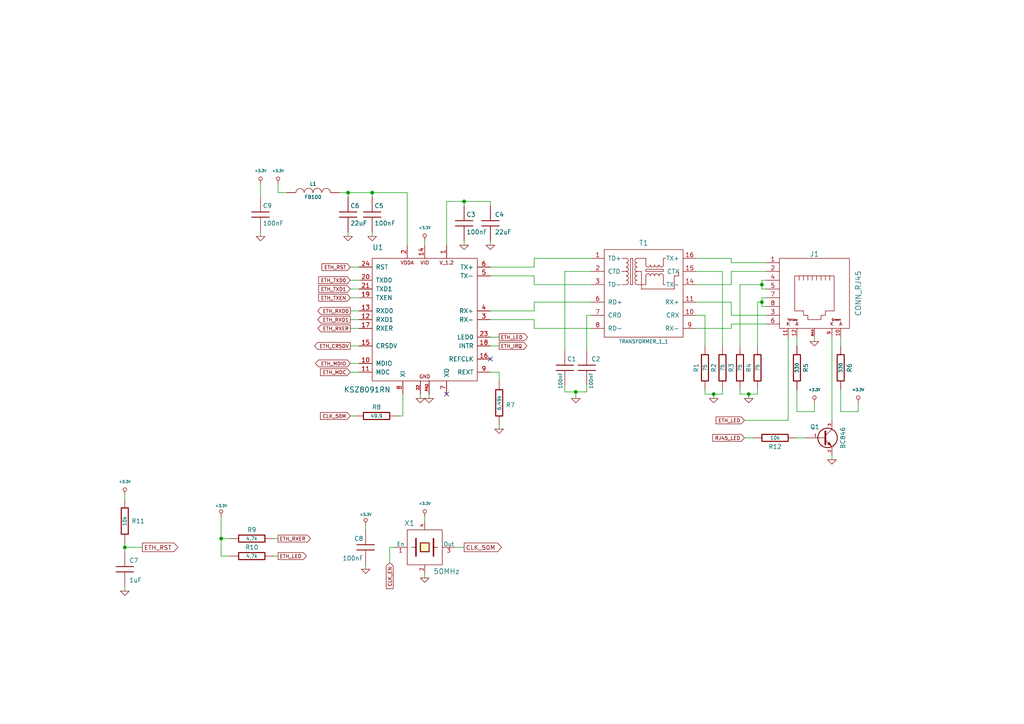
<source format=kicad_sch>
(kicad_sch (version 20211123) (generator eeschema)
  (paper "A4")
  (title_block (title "Cowmotics Panadonic Aquarea gateway") (date "2022-01-10") (rev "1") (company "Agilack") (comment 1 "Licence: CC-by-SA"))
  (lib_symbols
    (symbol "cowmotics-aquarea:+3.3V" (power) (pin_names (offset 0))
      (property "Value" "+3.3V" (at 0 2.794 0))
      (symbol "+3.3V_0_0"
        (pin power_in line (at 0 0 90) (length 0) hide (name "+3.3V") (number "1"))
      )
      (symbol "+3.3V_0_1"
        (polyline (pts (xy 0 0) (xy 0 1.016) (xy 0 1.016)))
        (circle (center 0 1.524) (radius 0.508))
      )
    )
    (symbol "cowmotics-aquarea:C" (pin_numbers hide) (pin_names (offset 0.254))
      (property "Reference" "C" (at 1.27 2.54 0))
      (property "Value" "C" (at 1.27 -2.54 0))
      (symbol "C_0_1"
        (polyline (pts (xy -2.54 -0.762) (xy 2.54 -0.762)) (stroke (width 0.254)))
        (polyline (pts (xy -2.54 0.762) (xy 2.54 0.762)) (stroke (width 0.254)))
      )
      (symbol "C_1_1"
        (pin passive line (at 0 5.08 270) (length 4.318) (name "~") (number "1"))
        (pin passive line (at 0 -5.08 90) (length 4.318) (name "~") (number "2"))
      )
    )
    (symbol "cowmotics-aquarea:CONN_RJ45" (pin_names (offset 1.016))
      (property "Reference" "J" (at 0 11.43 0))
      (property "Value" "CONN_RJ45" (at 1.27 7.62 0))
      (symbol "CONN_RJ45_0_0"
        (text "A" (at -5.08 -8.89 0) (effects (font (size 1.016 1.016))))
        (text "A" (at 7.62 -8.89 0) (effects (font (size 1.016 1.016))))
        (text "Green" (at 6.35 -7.62 0) (effects (font (size 0.635 0.635))))
        (text "K" (at -7.62 -8.89 0) (effects (font (size 1.016 1.016))))
        (text "Yellow" (at -6.35 -7.62 0) (effects (font (size 0.635 0.635))))
      )
      (symbol "CONN_RJ45_0_1"
        (rectangle (start -10.16 10.16) (end 10.16 -10.16))
        (polyline (pts (xy -4.445 3.81) (xy -4.445 5.08) (xy -4.445 5.08)))
        (polyline (pts (xy -3.175 5.08) (xy -3.175 3.81) (xy -3.175 3.81)))
        (polyline (pts (xy -1.905 5.08) (xy -1.905 3.81) (xy -1.905 3.81)))
        (polyline (pts (xy -0.635 5.08) (xy -0.635 3.81) (xy -0.635 3.81)))
        (polyline (pts (xy 0.635 5.08) (xy 0.635 3.81) (xy 0.635 3.81)))
        (polyline (pts (xy 1.905 5.08) (xy 1.905 3.81) (xy 1.905 3.81)))
        (polyline (pts (xy 3.175 3.81) (xy 3.175 5.08) (xy 3.175 5.08)))
        (polyline (pts (xy 4.445 3.81) (xy 4.445 5.08) (xy 4.445 5.08)))
        (polyline (pts (xy -5.715 5.08) (xy 5.715 5.08) (xy 5.715 -5.08) (xy 3.175 -5.08) (xy 3.175 -6.35) (xy 1.905 -6.35) (xy 1.905 -7.62) (xy -1.905 -7.62) (xy -1.905 -6.35) (xy -3.175 -6.35) (xy -3.175 -5.08) (xy -5.715 -5.08) (xy -5.715 5.08) (xy -5.715 5.08)))
      )
      (symbol "CONN_RJ45_1_0"
        (text "K" (at 5.08 -8.89 0) (effects (font (size 1.016 1.016))))
      )
      (symbol "CONN_RJ45_1_1"
        (pin passive line (at -13.97 8.89 0) (length 3.81) (name "~") (number "1"))
        (pin input line (at 7.62 -12.7 90) (length 2.54) (name "~") (number "10"))
        (pin input line (at -7.62 -12.7 90) (length 2.54) (name "~") (number "11"))
        (pin input line (at -5.08 -12.7 90) (length 2.54) (name "~") (number "12"))
        (pin passive line (at -13.97 6.35 0) (length 3.81) (name "~") (number "2"))
        (pin passive line (at -13.97 -6.35 0) (length 3.81) (name "~") (number "3"))
        (pin passive line (at -13.97 3.81 0) (length 3.81) (name "~") (number "4"))
        (pin passive line (at -13.97 1.27 0) (length 3.81) (name "~") (number "5"))
        (pin passive line (at -13.97 -8.89 0) (length 3.81) (name "~") (number "6"))
        (pin passive line (at -13.97 -1.27 0) (length 3.81) (name "~") (number "7"))
        (pin passive line (at -13.97 -3.81 0) (length 3.81) (name "~") (number "8"))
        (pin input line (at 5.08 -12.7 90) (length 2.54) (name "~") (number "9"))
        (pin passive line (at 0 -12.7 90) (length 2.54) (name "~") (number "SHLD"))
      )
    )
    (symbol "cowmotics-aquarea:GND" (power) (pin_names (offset 0))
      (symbol "GND_0_1"
        (polyline (pts (xy -1.27 0) (xy 0 -1.27) (xy 1.27 0) (xy -1.27 0)))
      )
      (symbol "GND_1_1"
        (pin power_in line (at 0 0 90) (length 0) hide (name "GND") (number "1"))
      )
    )
    (symbol "cowmotics-aquarea:INDUCTOR" (pin_numbers hide) (pin_names (offset 1.016) hide)
      (property "Reference" "L" (at -1.27 0 90))
      (property "Value" "INDUCTOR" (at 2.54 0 90))
      (symbol "INDUCTOR_0_1"
        (arc (start 0.0254 -5.0546) (mid 1.245 -3.7973) (end 0.0254 -2.54))
        (arc (start 0.0254 -2.5146) (mid 1.2704 -1.2319) (end 0.0254 0.0508))
        (arc (start 0.0254 0.0254) (mid 1.2704 1.3081) (end 0.0254 2.5908))
        (arc (start 0.0254 2.5654) (mid 1.1942 3.7719) (end 0.0254 4.9784))
      )
      (symbol "INDUCTOR_1_1"
        (pin passive line (at 0 7.62 270) (length 2.54) (name "1") (number "1"))
        (pin passive line (at 0 -7.62 90) (length 2.54) (name "2") (number "2"))
      )
    )
    (symbol "cowmotics-aquarea:KSZ8091RN" (pin_names (offset 1.016))
      (property "Reference" "U" (at 0 3.81 0))
      (property "Value" "KSZ8091RN" (at 0 0 0))
      (symbol "KSZ8091RN_1_0"
        (rectangle (start -15.24 17.78) (end 15.24 -17.78))
        (text "GND" (at 0 -16.51 0) (effects (font (size 1.016 1.016))))
        (text "V_1.2" (at 6.35 16.51 0) (effects (font (size 1.016 1.016))))
        (text "VDDA" (at -5.08 16.51 0) (effects (font (size 1.016 1.016))))
        (text "VIO" (at 0 16.51 0) (effects (font (size 1.016 1.016))))
      )
      (symbol "KSZ8091RN_1_1"
        (pin power_out line (at 6.35 21.59 270) (length 3.81) (name "~") (number "1"))
        (pin bidirectional line (at -19.05 -12.7 0) (length 3.81) (name "MDIO") (number "10"))
        (pin bidirectional line (at -19.05 -15.24 0) (length 3.81) (name "MDC") (number "11"))
        (pin output line (at -19.05 0 0) (length 3.81) (name "RXD1") (number "12"))
        (pin output line (at -19.05 2.54 0) (length 3.81) (name "RXD0") (number "13"))
        (pin power_in line (at 0 21.59 270) (length 3.81) (name "~") (number "14"))
        (pin bidirectional line (at -19.05 -7.62 0) (length 3.81) (name "CRSDV") (number "15"))
        (pin output line (at 19.05 -11.43 180) (length 3.81) (name "REFCLK") (number "16"))
        (pin output line (at -19.05 -2.54 0) (length 3.81) (name "RXER") (number "17"))
        (pin bidirectional line (at 19.05 -7.62 180) (length 3.81) (name "INTR") (number "18"))
        (pin input line (at -19.05 6.35 0) (length 3.81) (name "TXEN") (number "19"))
        (pin power_in line (at -5.08 21.59 270) (length 3.81) (name "~") (number "2"))
        (pin input line (at -19.05 11.43 0) (length 3.81) (name "TXD0") (number "20"))
        (pin input line (at -19.05 8.89 0) (length 3.81) (name "TXD1") (number "21"))
        (pin power_in line (at -1.27 -21.59 90) (length 3.81) (name "~") (number "22"))
        (pin bidirectional line (at 19.05 -5.08 180) (length 3.81) (name "LED0") (number "23"))
        (pin input line (at -19.05 15.24 0) (length 3.81) (name "RST") (number "24"))
        (pin bidirectional line (at 19.05 0 180) (length 3.81) (name "RX-") (number "3"))
        (pin bidirectional line (at 19.05 2.54 180) (length 3.81) (name "RX+") (number "4"))
        (pin bidirectional line (at 19.05 12.7 180) (length 3.81) (name "TX-") (number "5"))
        (pin bidirectional line (at 19.05 15.24 180) (length 3.81) (name "TX+") (number "6"))
        (pin output line (at 6.35 -21.59 90) (length 3.81) (name "XO") (number "7"))
        (pin input line (at -6.35 -21.59 90) (length 3.81) (name "XI") (number "8"))
        (pin passive line (at 19.05 -15.24 180) (length 3.81) (name "REXT") (number "9"))
        (pin power_in line (at 1.27 -21.59 90) (length 3.81) (name "~") (number "PAD"))
      )
    )
    (symbol "cowmotics-aquarea:OSC" (pin_names (offset 0))
      (property "Reference" "X" (at 0 3.81 0))
      (property "Value" "OSC" (at 5.08 -7.62 0))
      (symbol "OSC_0_1"
        (rectangle (start -5.08 5.08) (end 5.08 -5.08))
        (polyline (pts (xy -2.54 0) (xy -3.81 0)))
        (polyline (pts (xy -2.54 2.54) (xy -2.54 -2.54)) (stroke (width 0.4064)))
        (polyline (pts (xy 2.54 0) (xy 3.81 0)))
        (polyline (pts (xy 2.54 2.54) (xy 2.54 -2.54)) (stroke (width 0.4064)))
        (polyline (pts (xy -1.27 1.27) (xy 1.27 1.27) (xy 1.27 -1.27) (xy -1.27 -1.27) (xy -1.27 1.27)) (stroke (width 0.3048)) (fill (type background)))
      )
      (symbol "OSC_1_1"
        (pin input line (at -8.89 0 0) (length 3.81) (name "En") (number "1"))
        (pin power_in line (at 0 -7.62 90) (length 2.54) (name "~") (number "2"))
        (pin output line (at 8.89 0 180) (length 3.81) (name "Out") (number "3"))
        (pin power_in line (at 0 7.62 270) (length 2.54) (name "~") (number "4"))
      )
    )
    (symbol "cowmotics-aquarea:Q_NPN" (pin_names (offset 0) hide)
      (property "Reference" "Q" (at 5.08 1.27 0))
      (property "Value" "Q_NPN" (at 5.08 -1.27 0))
      (symbol "Q_NPN_0_1"
        (polyline (pts (xy 0.635 0.635) (xy 2.54 2.54)))
        (polyline (pts (xy 0.635 -0.635) (xy 2.54 -2.54) (xy 2.54 -2.54)))
        (polyline (pts (xy 0.635 1.905) (xy 0.635 -1.905) (xy 0.635 -1.905)) (stroke (width 0.508)))
        (polyline (pts (xy 1.27 -1.778) (xy 1.778 -1.27) (xy 2.286 -2.286) (xy 1.27 -1.778) (xy 1.27 -1.778)) (fill (type outline)))
        (circle (center 1.27 0) (radius 2.8194) (stroke (width 0.254)))
      )
      (symbol "Q_NPN_1_1"
        (pin input line (at -5.08 0 0) (length 5.715) (name "B") (number "1"))
        (pin passive line (at 2.54 -5.08 90) (length 2.54) (name "E") (number "2"))
        (pin passive line (at 2.54 5.08 270) (length 2.54) (name "C") (number "3"))
      )
    )
    (symbol "cowmotics-aquarea:R" (pin_numbers hide) (pin_names (offset 0))
      (property "Reference" "R" (at 2.032 0 90))
      (property "Value" "R" (at 0 0 90))
      (symbol "R_0_1"
        (rectangle (start -1.016 3.81) (end 1.016 -3.81) (stroke (width 0.3048)))
      )
      (symbol "R_1_1"
        (pin passive line (at 0 6.35 270) (length 2.54) (name "~") (number "1"))
        (pin passive line (at 0 -6.35 90) (length 2.54) (name "~") (number "2"))
      )
    )
    (symbol "cowmotics-aquarea:TRANSFORMER_1_1" (pin_names (offset 1.016))
      (property "Reference" "T" (at 0 -13.97 0))
      (property "Value" "TRANSFORMER_1_1" (at 0 13.97 0))
      (symbol "TRANSFORMER_1_1_0_1"
        (rectangle (start -11.43 12.7) (end 11.43 -12.7))
        (rectangle (start -6.35 2.54) (end -5.08 2.54))
        (rectangle (start -6.35 6.35) (end -5.08 6.35))
        (rectangle (start -6.35 10.16) (end -5.08 10.16))
        (arc (start -5.08 2.54) (mid -4.445 3.175) (end -5.08 3.81))
        (arc (start -5.08 3.81) (mid -4.445 4.445) (end -5.08 5.08))
        (arc (start -5.08 5.08) (mid -4.445 5.715) (end -5.08 6.35))
        (arc (start -5.08 6.35) (mid -4.445 6.985) (end -5.08 7.62))
        (arc (start -5.08 7.62) (mid -4.445 8.255) (end -5.08 8.89))
        (arc (start -5.08 8.89) (mid -4.445 9.525) (end -5.08 10.16))
        (rectangle (start -3.81 10.16) (end -3.175 2.54))
        (rectangle (start -1.905 2.54) (end 0.635 2.54))
        (arc (start -1.905 3.81) (mid -2.54 3.175) (end -1.905 2.54))
        (arc (start -1.905 5.08) (mid -2.54 4.445) (end -1.905 3.81))
        (arc (start -1.905 6.35) (mid -2.54 5.715) (end -1.905 5.08))
        (rectangle (start -1.905 6.35) (end -0.635 6.35))
        (arc (start -1.905 7.62) (mid -2.54 6.985) (end -1.905 6.35))
        (arc (start -1.905 8.89) (mid -2.54 8.255) (end -1.905 7.62))
        (arc (start -1.905 10.16) (mid -2.54 9.525) (end -1.905 8.89))
        (rectangle (start -1.905 10.16) (end 0.635 10.16))
        (rectangle (start -0.635 1.27) (end 8.89 1.27))
        (rectangle (start -0.635 6.35) (end -0.635 1.27))
        (rectangle (start 0.635 2.54) (end 0.635 5.08))
        (rectangle (start 0.635 6.985) (end 5.715 6.35))
        (arc (start 0.635 8.255) (mid 1.27 7.62) (end 1.905 8.255))
        (rectangle (start 0.635 10.16) (end 0.635 8.255))
        (arc (start 1.905 5.08) (mid 1.27 5.715) (end 0.635 5.08))
        (arc (start 1.905 8.255) (mid 2.54 7.62) (end 3.175 8.255))
        (arc (start 3.175 5.08) (mid 2.54 5.715) (end 1.905 5.08))
        (arc (start 3.175 8.255) (mid 3.81 7.62) (end 4.445 8.255))
        (arc (start 4.445 5.08) (mid 3.81 5.715) (end 3.175 5.08))
        (arc (start 4.445 8.255) (mid 5.08 7.62) (end 5.715 8.255))
        (rectangle (start 5.715 2.54) (end 6.35 2.54))
        (arc (start 5.715 5.08) (mid 5.08 5.715) (end 4.445 5.08))
        (rectangle (start 5.715 5.08) (end 5.715 2.54))
        (rectangle (start 5.715 8.255) (end 5.715 10.16))
        (rectangle (start 5.715 10.16) (end 6.35 10.16))
        (rectangle (start 8.89 1.27) (end 8.89 5.08))
        (rectangle (start 8.89 5.08) (end 10.16 5.08))
        (rectangle (start 10.16 5.08) (end 10.16 6.35))
      )
      (symbol "TRANSFORMER_1_1_1_1"
        (pin input line (at -15.24 10.16 0) (length 3.81) (name "TD+") (number "1"))
        (pin input line (at 15.24 -6.35 180) (length 3.81) (name "CRX") (number "10"))
        (pin input line (at 15.24 -2.54 180) (length 3.81) (name "RX+") (number "11"))
        (pin input line (at 15.24 2.54 180) (length 3.81) (name "TX-") (number "14"))
        (pin input line (at 15.24 6.35 180) (length 3.81) (name "CTX") (number "15"))
        (pin input line (at 15.24 10.16 180) (length 3.81) (name "TX+") (number "16"))
        (pin input line (at -15.24 6.35 0) (length 3.81) (name "CTD") (number "2"))
        (pin input line (at -15.24 2.54 0) (length 3.81) (name "TD-") (number "3"))
        (pin input line (at -15.24 -2.54 0) (length 3.81) (name "RD+") (number "6"))
        (pin input line (at -15.24 -6.35 0) (length 3.81) (name "CRD") (number "7"))
        (pin input line (at -15.24 -10.16 0) (length 3.81) (name "RD-") (number "8"))
        (pin input line (at 15.24 -10.16 180) (length 3.81) (name "RX-") (number "9"))
      )
    )
  )
  (junction (at 217.17 114.3))
  (junction (at 36.195 158.75))
  (junction (at 64.135 156.21))
  (junction (at 207.01 114.3))
  (junction (at 167.005 113.665))
  (junction (at 220.98 87.63))
  (junction (at 107.95 55.88))
  (junction (at 220.98 82.55))
  (junction (at 100.965 55.88))
  (junction (at 134.62 58.42))
  (no_connect (at 142.24 104.14))
  (no_connect (at 129.54 114.3))
  (wire (pts (xy 36.195 170.18) (xy 36.195 171.45)))
  (wire (pts (xy 144.78 107.95) (xy 142.24 107.95)))
  (wire (pts (xy 220.98 82.55) (xy 214.63 82.55)))
  (wire (pts (xy 212.09 87.63) (xy 201.93 87.63)))
  (wire (pts (xy 101.6 77.47) (xy 104.14 77.47)))
  (wire (pts (xy 75.565 67.31) (xy 75.565 68.58)))
  (wire (pts (xy 132.08 158.75) (xy 134.62 158.75)))
  (wire (pts (xy 101.6 105.41) (xy 104.14 105.41)))
  (wire (pts (xy 154.94 80.01) (xy 154.94 82.55)))
  (wire (pts (xy 248.92 116.84) (xy 248.92 119.38)))
  (wire (pts (xy 209.55 78.74) (xy 201.93 78.74)))
  (wire (pts (xy 219.71 114.3) (xy 219.71 113.03)))
  (wire (pts (xy 204.47 114.3) (xy 207.01 114.3)))
  (wire (pts (xy 222.25 86.36) (xy 220.98 86.36)))
  (wire (pts (xy 113.03 158.75) (xy 114.3 158.75)))
  (wire (pts (xy 219.71 87.63) (xy 219.71 100.33)))
  (wire (pts (xy 220.98 88.9) (xy 222.25 88.9)))
  (wire (pts (xy 228.6 97.79) (xy 228.6 121.92)))
  (wire (pts (xy 163.83 78.74) (xy 171.45 78.74)))
  (wire (pts (xy 212.09 74.93) (xy 201.93 74.93)))
  (wire (pts (xy 123.19 149.86) (xy 123.19 151.13)))
  (wire (pts (xy 209.55 114.3) (xy 209.55 113.03)))
  (wire (pts (xy 79.375 161.29) (xy 80.645 161.29)))
  (wire (pts (xy 170.18 91.44) (xy 171.45 91.44)))
  (wire (pts (xy 41.275 158.75) (xy 36.195 158.75)))
  (wire (pts (xy 222.25 76.2) (xy 212.09 76.2)))
  (wire (pts (xy 36.195 158.75) (xy 36.195 157.48)))
  (wire (pts (xy 100.965 55.88) (xy 107.95 55.88)))
  (wire (pts (xy 101.6 95.25) (xy 104.14 95.25)))
  (wire (pts (xy 201.93 91.44) (xy 204.47 91.44)))
  (wire (pts (xy 107.95 55.88) (xy 118.11 55.88)))
  (wire (pts (xy 113.03 163.195) (xy 113.03 158.75)))
  (wire (pts (xy 212.09 76.2) (xy 212.09 74.93)))
  (wire (pts (xy 142.24 69.85) (xy 142.24 71.12)))
  (wire (pts (xy 222.25 91.44) (xy 212.09 91.44)))
  (wire (pts (xy 220.98 86.36) (xy 220.98 87.63)))
  (wire (pts (xy 106.045 152.4) (xy 106.045 153.67)))
  (wire (pts (xy 101.6 86.36) (xy 104.14 86.36)))
  (wire (pts (xy 243.84 97.79) (xy 243.84 100.33)))
  (wire (pts (xy 163.83 113.665) (xy 167.005 113.665)))
  (wire (pts (xy 167.005 113.665) (xy 167.005 115.57)))
  (wire (pts (xy 154.94 87.63) (xy 171.45 87.63)))
  (wire (pts (xy 170.18 101.6) (xy 170.18 91.44)))
  (wire (pts (xy 129.54 58.42) (xy 134.62 58.42)))
  (wire (pts (xy 209.55 100.33) (xy 209.55 78.74)))
  (wire (pts (xy 101.6 90.17) (xy 104.14 90.17)))
  (wire (pts (xy 214.63 113.03) (xy 214.63 114.3)))
  (wire (pts (xy 214.63 82.55) (xy 214.63 100.33)))
  (wire (pts (xy 241.3 97.79) (xy 241.3 121.92)))
  (wire (pts (xy 163.83 111.76) (xy 163.83 113.665)))
  (wire (pts (xy 212.09 95.25) (xy 212.09 93.98)))
  (wire (pts (xy 107.95 57.15) (xy 107.95 55.88)))
  (wire (pts (xy 64.135 161.29) (xy 64.135 156.21)))
  (wire (pts (xy 220.98 81.28) (xy 220.98 82.55)))
  (wire (pts (xy 241.3 132.08) (xy 241.3 133.35)))
  (wire (pts (xy 144.78 110.49) (xy 144.78 107.95)))
  (wire (pts (xy 121.92 114.3) (xy 121.92 115.57)))
  (wire (pts (xy 36.195 143.51) (xy 36.195 144.78)))
  (wire (pts (xy 231.14 97.79) (xy 231.14 100.33)))
  (wire (pts (xy 142.24 97.79) (xy 144.78 97.79)))
  (wire (pts (xy 64.135 156.21) (xy 66.675 156.21)))
  (wire (pts (xy 207.01 114.3) (xy 207.01 115.57)))
  (wire (pts (xy 236.22 116.84) (xy 236.22 119.38)))
  (wire (pts (xy 64.135 149.86) (xy 64.135 156.21)))
  (wire (pts (xy 204.47 113.03) (xy 204.47 114.3)))
  (wire (pts (xy 80.645 53.34) (xy 80.645 55.88)))
  (wire (pts (xy 106.045 163.83) (xy 106.045 165.1)))
  (wire (pts (xy 212.09 78.74) (xy 212.09 82.55)))
  (wire (pts (xy 243.84 113.03) (xy 243.84 119.38)))
  (wire (pts (xy 101.6 92.71) (xy 104.14 92.71)))
  (wire (pts (xy 134.62 69.85) (xy 134.62 71.12)))
  (wire (pts (xy 115.57 120.65) (xy 116.84 120.65)))
  (wire (pts (xy 222.25 81.28) (xy 220.98 81.28)))
  (wire (pts (xy 123.19 166.37) (xy 123.19 167.64)))
  (wire (pts (xy 142.24 90.17) (xy 154.94 90.17)))
  (wire (pts (xy 236.22 119.38) (xy 231.14 119.38)))
  (wire (pts (xy 101.6 83.82) (xy 104.14 83.82)))
  (wire (pts (xy 142.24 100.33) (xy 144.78 100.33)))
  (wire (pts (xy 217.17 114.3) (xy 217.17 115.57)))
  (wire (pts (xy 66.675 161.29) (xy 64.135 161.29)))
  (wire (pts (xy 79.375 156.21) (xy 80.645 156.21)))
  (wire (pts (xy 154.94 74.93) (xy 171.45 74.93)))
  (wire (pts (xy 134.62 58.42) (xy 142.24 58.42)))
  (wire (pts (xy 101.6 81.28) (xy 104.14 81.28)))
  (wire (pts (xy 220.98 82.55) (xy 220.98 83.82)))
  (wire (pts (xy 231.14 127) (xy 233.68 127)))
  (wire (pts (xy 116.84 114.3) (xy 116.84 120.65)))
  (wire (pts (xy 124.46 114.3) (xy 124.46 115.57)))
  (wire (pts (xy 101.6 120.65) (xy 102.87 120.65)))
  (wire (pts (xy 100.965 67.31) (xy 100.965 68.58)))
  (wire (pts (xy 170.18 113.665) (xy 170.18 111.76)))
  (wire (pts (xy 220.98 87.63) (xy 220.98 88.9)))
  (wire (pts (xy 212.09 82.55) (xy 201.93 82.55)))
  (wire (pts (xy 154.94 92.71) (xy 154.94 95.25)))
  (wire (pts (xy 80.645 55.88) (xy 83.185 55.88)))
  (wire (pts (xy 220.98 83.82) (xy 222.25 83.82)))
  (wire (pts (xy 222.25 78.74) (xy 212.09 78.74)))
  (wire (pts (xy 236.22 97.79) (xy 236.22 99.06)))
  (wire (pts (xy 212.09 91.44) (xy 212.09 87.63)))
  (wire (pts (xy 142.24 58.42) (xy 142.24 59.69)))
  (wire (pts (xy 118.11 55.88) (xy 118.11 71.12)))
  (wire (pts (xy 204.47 91.44) (xy 204.47 100.33)))
  (wire (pts (xy 154.94 82.55) (xy 171.45 82.55)))
  (wire (pts (xy 248.92 119.38) (xy 243.84 119.38)))
  (wire (pts (xy 207.01 114.3) (xy 209.55 114.3)))
  (wire (pts (xy 129.54 71.12) (xy 129.54 58.42)))
  (wire (pts (xy 154.94 90.17) (xy 154.94 87.63)))
  (wire (pts (xy 212.09 93.98) (xy 222.25 93.98)))
  (wire (pts (xy 215.9 127) (xy 218.44 127)))
  (wire (pts (xy 100.965 57.15) (xy 100.965 55.88)))
  (wire (pts (xy 107.95 67.31) (xy 107.95 68.58)))
  (wire (pts (xy 163.83 101.6) (xy 163.83 78.74)))
  (wire (pts (xy 167.005 113.665) (xy 170.18 113.665)))
  (wire (pts (xy 201.93 95.25) (xy 212.09 95.25)))
  (wire (pts (xy 142.24 92.71) (xy 154.94 92.71)))
  (wire (pts (xy 134.62 58.42) (xy 134.62 59.69)))
  (wire (pts (xy 36.195 158.75) (xy 36.195 160.02)))
  (wire (pts (xy 154.94 77.47) (xy 154.94 74.93)))
  (wire (pts (xy 123.19 69.85) (xy 123.19 71.12)))
  (wire (pts (xy 154.94 95.25) (xy 171.45 95.25)))
  (wire (pts (xy 231.14 113.03) (xy 231.14 119.38)))
  (wire (pts (xy 219.71 87.63) (xy 220.98 87.63)))
  (wire (pts (xy 101.6 107.95) (xy 104.14 107.95)))
  (wire (pts (xy 75.565 53.34) (xy 75.565 57.15)))
  (wire (pts (xy 214.63 114.3) (xy 217.17 114.3)))
  (wire (pts (xy 217.17 114.3) (xy 219.71 114.3)))
  (wire (pts (xy 101.6 100.33) (xy 104.14 100.33)))
  (wire (pts (xy 142.24 80.01) (xy 154.94 80.01)))
  (wire (pts (xy 98.425 55.88) (xy 100.965 55.88)))
  (wire (pts (xy 142.24 77.47) (xy 154.94 77.47)))
  (wire (pts (xy 215.9 121.92) (xy 228.6 121.92)))
  (wire (pts (xy 144.78 123.19) (xy 144.78 124.46)))
  (global_label "ETH_CRSDV" (shape output) (at 101.6 100.33 180) (effects (font (size 1.016 1.016))) (property "Intersheet References" "${INTERSHEET_REFS}" (effects hide)))
  (global_label "ETH_TXEN" (shape input) (at 101.6 86.36 180) (effects (font (size 1.016 1.016))) (property "Intersheet References" "${INTERSHEET_REFS}" (effects hide)))
  (global_label "ETH_MDIO" (shape bidirectional) (at 101.6 105.41 180) (effects (font (size 1.016 1.016))) (property "Intersheet References" "${INTERSHEET_REFS}" (effects hide)))
  (global_label "ETH_RXER" (shape output) (at 80.645 156.21 0) (effects (font (size 1.016 1.016))) (property "Intersheet References" "${INTERSHEET_REFS}" (effects hide)))
  (global_label "ETH_TXD0" (shape input) (at 101.6 81.28 180) (effects (font (size 1.016 1.016))) (property "Intersheet References" "${INTERSHEET_REFS}" (effects hide)))
  (global_label "ETH_TXD1" (shape input) (at 101.6 83.82 180) (effects (font (size 1.016 1.016))) (property "Intersheet References" "${INTERSHEET_REFS}" (effects hide)))
  (global_label "ETH_RST" (shape output) (at 41.275 158.75 0) (property "Intersheet References" "${INTERSHEET_REFS}" (effects hide)))
  (global_label "ETH_RST" (shape input) (at 101.6 77.47 180) (effects (font (size 1.016 1.016))) (property "Intersheet References" "${INTERSHEET_REFS}" (effects hide)))
  (global_label "CLK_EN" (shape input) (at 113.03 163.195 270) (effects (font (size 1.016 1.016))) (property "Intersheet References" "${INTERSHEET_REFS}" (effects hide)))
  (global_label "CLK_50M" (shape output) (at 134.62 158.75 0) (property "Intersheet References" "${INTERSHEET_REFS}" (effects hide)))
  (global_label "ETH_RXER" (shape output) (at 101.6 95.25 180) (effects (font (size 1.016 1.016))) (property "Intersheet References" "${INTERSHEET_REFS}" (effects hide)))
  (global_label "ETH_LED" (shape output) (at 144.78 97.79 0) (effects (font (size 1.016 1.016))) (property "Intersheet References" "${INTERSHEET_REFS}" (effects hide)))
  (global_label "CLK_50M" (shape input) (at 101.6 120.65 180) (effects (font (size 1.016 1.016))) (property "Intersheet References" "${INTERSHEET_REFS}" (effects hide)))
  (global_label "ETH_LED" (shape output) (at 80.645 161.29 0) (effects (font (size 1.016 1.016))) (property "Intersheet References" "${INTERSHEET_REFS}" (effects hide)))
  (global_label "RJ45_LED" (shape input) (at 215.9 127 180) (effects (font (size 1.016 1.016))) (property "Intersheet References" "${INTERSHEET_REFS}" (effects hide)))
  (global_label "ETH_LED" (shape input) (at 215.9 121.92 180) (effects (font (size 1.016 1.016))) (property "Intersheet References" "${INTERSHEET_REFS}" (effects hide)))
  (global_label "ETH_RXD1" (shape output) (at 101.6 92.71 180) (effects (font (size 1.016 1.016))) (property "Intersheet References" "${INTERSHEET_REFS}" (effects hide)))
  (global_label "ETH_RXD0" (shape output) (at 101.6 90.17 180) (effects (font (size 1.016 1.016))) (property "Intersheet References" "${INTERSHEET_REFS}" (effects hide)))
  (global_label "ETH_IRQ" (shape output) (at 144.78 100.33 0) (effects (font (size 1.016 1.016))) (property "Intersheet References" "${INTERSHEET_REFS}" (effects hide)))
  (global_label "ETH_MDC" (shape input) (at 101.6 107.95 180) (effects (font (size 1.016 1.016))) (property "Intersheet References" "${INTERSHEET_REFS}" (effects hide)))
  (symbol (lib_id "cowmotics-aquarea:R") (at 209.55 106.68 0) (unit 1)
    (property "Reference" "R2" (at 207.01 106.68 90))
    (property "Value" "75" (at 209.55 106.68 90) (effects (font (size 1.016 1.016))))
    (property "Footprint" "cowmotics-aquarea:SMD0603" (effects hide))
  )
  (symbol (lib_id "cowmotics-aquarea:GND") (at 75.565 68.58 0) (unit 1)
    (property "Reference" "#PWR0125" (effects hide))
    (property "Value" "GND" (effects hide))
  )
  (symbol (lib_id "cowmotics-aquarea:GND") (at 106.045 165.1 0) (unit 1)
    (property "Reference" "#PWR0121" (effects hide))
    (property "Value" "GND" (effects hide))
  )
  (symbol (lib_id "cowmotics-aquarea:GND") (at 144.78 124.46 0) (unit 1)
    (property "Reference" "#PWR0112" (effects hide))
    (property "Value" "GND" (effects hide))
  )
  (symbol (lib_id "cowmotics-aquarea:R") (at 109.22 120.65 90) (unit 1)
    (property "Reference" "R8" (at 109.22 118.11 90))
    (property "Value" "49.9" (at 109.22 120.65 90) (effects (font (size 1.016 1.016))))
    (property "Footprint" "cowmotics-aquarea:SMD0603" (effects hide))
  )
  (symbol (lib_id "cowmotics-aquarea:+3.3V") (at 36.195 143.51 0) (unit 1)
    (property "Reference" "#PWR0116" (effects hide))
    (property "Value" "+3.3V" (at 36.195 139.7 0) (effects (font (size 0.762 0.762))))
  )
  (symbol (lib_id "cowmotics-aquarea:R") (at 224.79 127 90) (unit 1)
    (property "Reference" "R12" (at 224.79 129.54 90))
    (property "Value" "10k" (at 224.79 127 90) (effects (font (size 1.016 1.016))))
    (property "Footprint" "cowmotics-aquarea:SMD0603" (effects hide))
  )
  (symbol (lib_id "cowmotics-aquarea:C") (at 107.95 62.23 0) (unit 1)
    (property "Reference" "C5" (at 108.585 59.69 0) (effects (justify left)))
    (property "Value" "100nF" (at 108.585 64.77 0) (effects (justify left)))
    (property "Footprint" "cowmotics-aquarea:SMD0603" (effects hide))
  )
  (symbol (lib_id "cowmotics-aquarea:+3.3V") (at 123.19 149.86 0) (unit 1)
    (property "Reference" "#PWR0110" (effects hide))
    (property "Value" "+3.3V" (at 123.19 146.05 0) (effects (font (size 0.762 0.762))))
  )
  (symbol (lib_id "cowmotics-aquarea:CONN_RJ45") (at 236.22 85.09 0) (unit 1)
    (property "Reference" "J1" (at 236.22 73.66 0) (effects (font (size 1.524 1.524))))
    (property "Value" "CONN_RJ45" (at 248.92 85.09 90) (effects (font (size 1.524 1.524))))
    (property "Footprint" "cowmotics-aquarea:CONN_615008185121" (effects hide))
  )
  (symbol (lib_id "cowmotics-aquarea:R") (at 214.63 106.68 0) (unit 1)
    (property "Reference" "R3" (at 212.09 106.68 90))
    (property "Value" "75" (at 214.63 106.68 90) (effects (font (size 1.016 1.016))))
    (property "Footprint" "cowmotics-aquarea:SMD0603" (effects hide))
  )
  (symbol (lib_id "cowmotics-aquarea:GND") (at 241.3 133.35 0) (unit 1)
    (property "Reference" "#PWR0122" (effects hide))
    (property "Value" "GND" (effects hide))
  )
  (symbol (lib_id "cowmotics-aquarea:GND") (at 217.17 115.57 0) (unit 1)
    (property "Reference" "#PWR0101" (effects hide))
    (property "Value" "GND" (effects hide))
  )
  (symbol (lib_id "cowmotics-aquarea:KSZ8091RN") (at 123.19 92.71 0) (unit 1)
    (property "Reference" "U1" (at 107.95 71.755 0) (effects (font (size 1.524 1.524)) (justify left)))
    (property "Value" "KSZ8091RN" (at 99.695 113.03 0) (effects (font (size 1.524 1.524)) (justify left)))
    (property "Footprint" "cowmotics-aquarea:QFN24" (effects hide))
  )
  (symbol (lib_id "cowmotics-aquarea:R") (at 73.025 161.29 90) (unit 1)
    (property "Reference" "R10" (at 73.025 158.75 90))
    (property "Value" "4,7k" (at 73.025 161.29 90) (effects (font (size 1.016 1.016))))
    (property "Footprint" "cowmotics-aquarea:SMD0603" (effects hide))
  )
  (symbol (lib_id "cowmotics-aquarea:+3.3V") (at 75.565 53.34 0) (unit 1)
    (property "Reference" "#PWR0124" (effects hide))
    (property "Value" "+3.3V" (at 75.565 49.53 0) (effects (font (size 0.762 0.762))))
  )
  (symbol (lib_id "cowmotics-aquarea:R") (at 204.47 106.68 0) (unit 1)
    (property "Reference" "R1" (at 201.93 106.68 90))
    (property "Value" "75" (at 204.47 106.68 90) (effects (font (size 1.016 1.016))))
    (property "Footprint" "cowmotics-aquarea:SMD0603" (effects hide))
  )
  (symbol (lib_id "cowmotics-aquarea:C") (at 134.62 64.77 0) (unit 1)
    (property "Reference" "C3" (at 135.255 62.23 0) (effects (justify left)))
    (property "Value" "100nF" (at 135.255 67.31 0) (effects (justify left)))
    (property "Footprint" "cowmotics-aquarea:SMD0603" (effects hide))
  )
  (symbol (lib_id "cowmotics-aquarea:GND") (at 207.01 115.57 0) (unit 1)
    (property "Reference" "#PWR0102" (effects hide))
    (property "Value" "GND" (effects hide))
  )
  (symbol (lib_id "cowmotics-aquarea:C") (at 142.24 64.77 0) (unit 1)
    (property "Reference" "C4" (at 143.51 62.23 0) (effects (justify left)))
    (property "Value" "22uF" (at 143.51 67.31 0) (effects (justify left)))
    (property "Footprint" "cowmotics-aquarea:SMD0805" (effects hide))
  )
  (symbol (lib_id "cowmotics-aquarea:C") (at 36.195 165.1 0) (unit 1)
    (property "Reference" "C7" (at 37.465 162.56 0) (effects (justify left)))
    (property "Value" "1uF" (at 37.465 168.275 0) (effects (justify left)))
    (property "Footprint" "cowmotics-aquarea:SMD0603" (effects hide))
  )
  (symbol (lib_id "cowmotics-aquarea:R") (at 36.195 151.13 0) (unit 1)
    (property "Reference" "R11" (at 38.1 151.13 0) (effects (justify left)))
    (property "Value" "10k" (at 36.195 151.13 90) (effects (font (size 1.016 1.016))))
    (property "Footprint" "cowmotics-aquarea:SMD0603" (effects hide))
  )
  (symbol (lib_id "cowmotics-aquarea:GND") (at 134.62 71.12 0) (unit 1)
    (property "Reference" "#PWR0113" (effects hide))
    (property "Value" "GND" (effects hide))
  )
  (symbol (lib_id "cowmotics-aquarea:GND") (at 107.95 68.58 0) (unit 1)
    (property "Reference" "#PWR0115" (effects hide))
    (property "Value" "GND" (effects hide))
  )
  (symbol (lib_id "cowmotics-aquarea:C") (at 106.045 158.75 0) (unit 1)
    (property "Reference" "C8" (at 105.41 156.21 0) (effects (justify right)))
    (property "Value" "100nF" (at 105.41 161.925 0) (effects (justify right)))
    (property "Footprint" "cowmotics-aquarea:SMD0603" (effects hide))
  )
  (symbol (lib_id "cowmotics-aquarea:R") (at 243.84 106.68 0) (unit 1)
    (property "Reference" "R6" (at 246.38 106.68 90))
    (property "Value" "330" (at 243.84 106.68 90) (effects (font (size 1.016 1.016))))
    (property "Footprint" "cowmotics-aquarea:SMD0603" (effects hide))
  )
  (symbol (lib_id "cowmotics-aquarea:GND") (at 124.46 115.57 0) (unit 1)
    (property "Reference" "#PWR0109" (effects hide))
    (property "Value" "GND" (effects hide))
  )
  (symbol (lib_id "cowmotics-aquarea:C") (at 170.18 106.68 0) (unit 1)
    (property "Reference" "C2" (at 171.45 104.14 0) (effects (justify left)))
    (property "Value" "100nF" (at 171.45 107.95 90) (effects (font (size 1.016 1.016)) (justify right)))
    (property "Footprint" "cowmotics-aquarea:SMD0603" (effects hide))
  )
  (symbol (lib_id "cowmotics-aquarea:GND") (at 121.92 115.57 0) (unit 1)
    (property "Reference" "#PWR0108" (effects hide))
    (property "Value" "GND" (effects hide))
  )
  (symbol (lib_id "cowmotics-aquarea:+3.3V") (at 248.92 116.84 0) (unit 1)
    (property "Reference" "#PWR0123" (effects hide))
    (property "Value" "+3.3V" (at 248.92 113.03 0) (effects (font (size 0.762 0.762))))
  )
  (symbol (lib_id "cowmotics-aquarea:C") (at 75.565 62.23 0) (unit 1)
    (property "Reference" "C9" (at 76.2 59.69 0) (effects (justify left)))
    (property "Value" "100nF" (at 76.2 64.77 0) (effects (justify left)))
    (property "Footprint" "cowmotics-aquarea:SMD0603" (effects hide))
  )
  (symbol (lib_id "cowmotics-aquarea:+3.3V") (at 123.19 69.85 0) (unit 1)
    (property "Reference" "#PWR0107" (effects hide))
    (property "Value" "+3.3V" (at 123.19 66.04 0) (effects (font (size 0.762 0.762))))
  )
  (symbol (lib_id "cowmotics-aquarea:R") (at 231.14 106.68 0) (unit 1)
    (property "Reference" "R5" (at 233.68 106.68 90))
    (property "Value" "330" (at 231.14 106.68 90) (effects (font (size 1.016 1.016))))
    (property "Footprint" "cowmotics-aquarea:SMD0603" (effects hide))
  )
  (symbol (lib_id "cowmotics-aquarea:GND") (at 142.24 71.12 0) (unit 1)
    (property "Reference" "#PWR0114" (effects hide))
    (property "Value" "GND" (effects hide))
  )
  (symbol (lib_id "cowmotics-aquarea:GND") (at 236.22 99.06 0) (unit 1)
    (property "Reference" "#PWR0105" (effects hide))
    (property "Value" "GND" (effects hide))
  )
  (symbol (lib_id "cowmotics-aquarea:GND") (at 100.965 68.58 0) (unit 1)
    (property "Reference" "#PWR0119" (effects hide))
    (property "Value" "GND" (effects hide))
  )
  (symbol (lib_id "cowmotics-aquarea:TRANSFORMER_1_1") (at 186.69 85.09 0) (unit 1)
    (property "Reference" "T1" (at 186.69 70.485 0) (effects (font (size 1.524 1.524))))
    (property "Value" "TRANSFORMER_1_1" (at 186.69 99.06 0) (effects (font (size 1.016 1.016))))
    (property "Footprint" "cowmotics-aquarea:TR_W749013011" (effects hide))
  )
  (symbol (lib_id "cowmotics-aquarea:OSC") (at 123.19 158.75 0) (unit 1)
    (property "Reference" "X1" (at 118.745 151.765 0) (effects (font (size 1.524 1.524))))
    (property "Value" "50MHz" (at 129.54 165.735 0) (effects (font (size 1.524 1.524))))
    (property "Footprint" "cowmotics-aquarea:Q_SMD5x3" (effects hide))
  )
  (symbol (lib_id "cowmotics-aquarea:Q_NPN") (at 238.76 127 0) (unit 1)
    (property "Reference" "Q1" (at 234.95 123.825 0) (effects (justify left)))
    (property "Value" "BC846" (at 244.475 127 90))
    (property "Footprint" "cowmotics-aquarea:SOT23-3" (effects hide))
  )
  (symbol (lib_id "cowmotics-aquarea:+3.3V") (at 80.645 53.34 0) (unit 1)
    (property "Reference" "#PWR0120" (effects hide))
    (property "Value" "+3.3V" (at 80.645 49.53 0) (effects (font (size 0.762 0.762))))
  )
  (symbol (lib_id "cowmotics-aquarea:C") (at 100.965 62.23 0) (unit 1)
    (property "Reference" "C6" (at 101.6 59.69 0) (effects (justify left)))
    (property "Value" "22uF" (at 101.6 64.77 0) (effects (justify left)))
    (property "Footprint" "cowmotics-aquarea:SMD0805" (effects hide))
  )
  (symbol (lib_id "cowmotics-aquarea:+3.3V") (at 106.045 152.4 0) (unit 1)
    (property "Reference" "#PWR0104" (effects hide))
    (property "Value" "+3.3V" (at 106.045 149.225 0) (effects (font (size 0.762 0.762))))
  )
  (symbol (lib_id "cowmotics-aquarea:R") (at 219.71 106.68 0) (unit 1)
    (property "Reference" "R4" (at 217.17 106.68 90))
    (property "Value" "75" (at 219.71 106.68 90) (effects (font (size 1.016 1.016))))
    (property "Footprint" "cowmotics-aquarea:SMD0603" (effects hide))
  )
  (symbol (lib_id "cowmotics-aquarea:C") (at 163.83 106.68 0) (unit 1)
    (property "Reference" "C1" (at 164.465 104.14 0) (effects (justify left)))
    (property "Value" "100nF" (at 162.56 107.95 90) (effects (font (size 1.016 1.016)) (justify right)))
    (property "Footprint" "cowmotics-aquarea:SMD0603" (effects hide))
  )
  (symbol (lib_id "cowmotics-aquarea:R") (at 144.78 116.84 0) (unit 1)
    (property "Reference" "R7" (at 146.685 117.475 0) (effects (justify left)))
    (property "Value" "6,49k" (at 144.78 116.84 90) (effects (font (size 1.016 1.016))))
    (property "Footprint" "cowmotics-aquarea:SMD0603" (effects hide))
  )
  (symbol (lib_id "cowmotics-aquarea:INDUCTOR") (at 90.805 55.88 90) (unit 1)
    (property "Reference" "L1" (at 90.805 53.34 90) (effects (font (size 1.016 1.016))))
    (property "Value" "FB100" (at 90.805 57.15 90) (effects (font (size 1.016 1.016))))
    (property "Footprint" "cowmotics-aquarea:SMD0603" (effects hide))
  )
  (symbol (lib_id "cowmotics-aquarea:GND") (at 36.195 171.45 0) (unit 1)
    (property "Reference" "#PWR0117" (effects hide))
    (property "Value" "GND" (effects hide))
  )
  (symbol (lib_id "cowmotics-aquarea:+3.3V") (at 236.22 116.84 0) (unit 1)
    (property "Reference" "#PWR0118" (effects hide))
    (property "Value" "+3.3V" (at 236.22 113.03 0) (effects (font (size 0.762 0.762))))
  )
  (symbol (lib_id "cowmotics-aquarea:GND") (at 123.19 167.64 0) (unit 1)
    (property "Reference" "#PWR0111" (effects hide))
    (property "Value" "GND" (effects hide))
  )
  (symbol (lib_id "cowmotics-aquarea:+3.3V") (at 64.135 149.86 0) (unit 1)
    (property "Reference" "#PWR0103" (effects hide))
    (property "Value" "+3.3V" (at 64.135 146.685 0) (effects (font (size 0.762 0.762))))
  )
  (symbol (lib_id "cowmotics-aquarea:GND") (at 167.005 115.57 0) (unit 1)
    (property "Reference" "#PWR0106" (effects hide))
    (property "Value" "GND" (effects hide))
  )
  (symbol (lib_id "cowmotics-aquarea:R") (at 73.025 156.21 90) (unit 1)
    (property "Reference" "R9" (at 73.025 153.67 90))
    (property "Value" "4,7k" (at 73.025 156.21 90) (effects (font (size 1.016 1.016))))
    (property "Footprint" "cowmotics-aquarea:SMD0603" (effects hide))
  )
)
</source>
